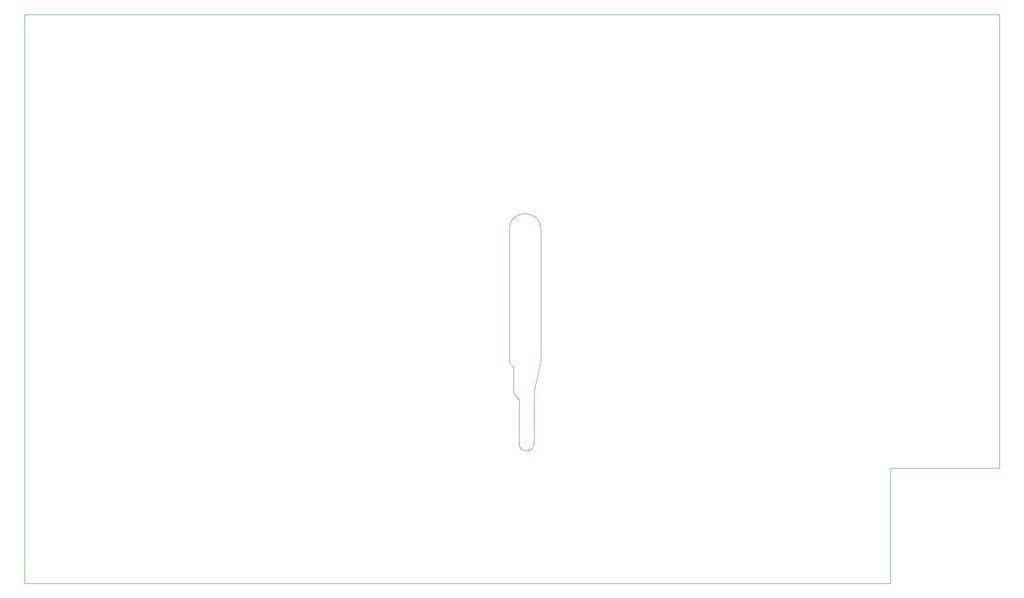
<source format=gbr>
%TF.GenerationSoftware,KiCad,Pcbnew,(6.0.1)*%
%TF.CreationDate,2022-02-14T12:03:10-05:00*%
%TF.ProjectId,high-voltage-board,68696768-2d76-46f6-9c74-6167652d626f,rev?*%
%TF.SameCoordinates,Original*%
%TF.FileFunction,Profile,NP*%
%FSLAX46Y46*%
G04 Gerber Fmt 4.6, Leading zero omitted, Abs format (unit mm)*
G04 Created by KiCad (PCBNEW (6.0.1)) date 2022-02-14 12:03:10*
%MOMM*%
%LPD*%
G01*
G04 APERTURE LIST*
%TA.AperFunction,Profile*%
%ADD10C,0.100000*%
%TD*%
G04 APERTURE END LIST*
D10*
X229235000Y-123190000D02*
X208915000Y-123190000D01*
X142494000Y-118618000D02*
X142494000Y-108966000D01*
X47625000Y-40005000D02*
X47625000Y-38735000D01*
X143764000Y-103124000D02*
X143764000Y-78740000D01*
X138684000Y-109220000D02*
X139700000Y-110490000D01*
X139700000Y-118618000D02*
G75*
G03*
X142494000Y-118618000I1397000J0D01*
G01*
X59055000Y-144729200D02*
X47625000Y-144729200D01*
X138684000Y-104394000D02*
X138684000Y-109220000D01*
X137922000Y-78740000D02*
X137922000Y-103632000D01*
X229235000Y-40005000D02*
X229235000Y-59690000D01*
X47625000Y-53975000D02*
X47625000Y-40005000D01*
X47625000Y-144729200D02*
X47625000Y-144145000D01*
X208915000Y-144145000D02*
X208915000Y-144729200D01*
X161290000Y-38735000D02*
X229235000Y-38735000D01*
X229235000Y-59690000D02*
X229235000Y-122555000D01*
X208915000Y-144729200D02*
X59055000Y-144729200D01*
X142494000Y-108966000D02*
X143764000Y-103124000D01*
X208915000Y-123190000D02*
X208915000Y-144145000D01*
X47625000Y-93980000D02*
X47625000Y-53975000D01*
X137922000Y-103632000D02*
X138684000Y-104394000D01*
X229235000Y-38735000D02*
X229235000Y-40005000D01*
X143764000Y-78740000D02*
G75*
G03*
X137922000Y-78740000I-2921000J0D01*
G01*
X139700000Y-110490000D02*
X139700000Y-114808000D01*
X47625000Y-144145000D02*
X47625000Y-93980000D01*
X229235000Y-122555000D02*
X229235000Y-123190000D01*
X47625000Y-38735000D02*
X83820000Y-38735000D01*
X139700000Y-114808000D02*
X139700000Y-118618000D01*
X83820000Y-38735000D02*
X161290000Y-38735000D01*
M02*

</source>
